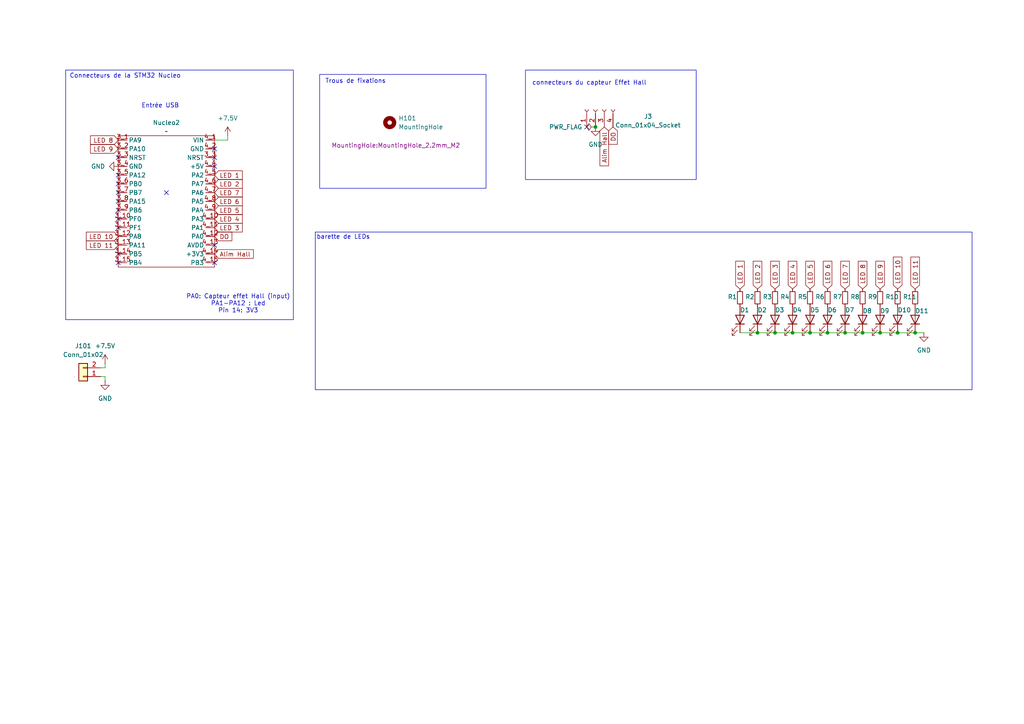
<source format=kicad_sch>
(kicad_sch (version 20250114) (generator "eeschema") (generator_version "9.0")
  (paper "A4")
  (title_block (title "PCB horloge à persistance rétinienne") (date "06/03/2005") (rev "1") (company "ENSEA") (comment 1 "LEPETIT - WOLFF"))
  (lib_symbols
    (symbol "Connector:Conn_01x04_Socket" (pin_names (offset 1.016) (hide yes))
      (property "Reference" "J" (at 0 5.08 0))
      (property "Value" "Conn_01x04_Socket" (at 0 -7.62 0))
      (symbol "Conn_01x04_Socket_1_1"
        (polyline (pts (xy -1.27 2.54) (xy -0.508 2.54)) (stroke (width 0.1524)))
        (polyline (pts (xy -1.27 0) (xy -0.508 0)) (stroke (width 0.1524)))
        (polyline (pts (xy -1.27 -2.54) (xy -0.508 -2.54)) (stroke (width 0.1524)))
        (polyline (pts (xy -1.27 -5.08) (xy -0.508 -5.08)) (stroke (width 0.1524)))
        (arc (start 0 2.032) (mid -0.5058 2.54) (end 0 3.048) (stroke (width 0.1524)))
        (arc (start 0 -0.508) (mid -0.5058 0) (end 0 0.508) (stroke (width 0.1524)))
        (arc (start 0 -3.048) (mid -0.5058 -2.54) (end 0 -2.032) (stroke (width 0.1524)))
        (arc (start 0 -5.588) (mid -0.5058 -5.08) (end 0 -4.572) (stroke (width 0.1524)))
        (pin passive line (at -5.08 2.54 0) (length 3.81) (name "Pin_1") (number "1"))
        (pin passive line (at -5.08 0 0) (length 3.81) (name "Pin_2") (number "2"))
        (pin passive line (at -5.08 -2.54 0) (length 3.81) (name "Pin_3") (number "3"))
        (pin passive line (at -5.08 -5.08 0) (length 3.81) (name "Pin_4") (number "4"))
      )
    )
    (symbol "Connector_Generic:Conn_01x02" (pin_names (offset 1.016) (hide yes))
      (property "Reference" "J" (at 0 2.54 0))
      (property "Value" "Conn_01x02" (at 0 -5.08 0))
      (symbol "Conn_01x02_1_1"
        (rectangle (start -1.27 1.27) (end 1.27 -3.81) (stroke (width 0.254)) (fill (type background)))
        (rectangle (start -1.27 0.127) (end 0 -0.127) (stroke (width 0.1524)))
        (rectangle (start -1.27 -2.413) (end 0 -2.667) (stroke (width 0.1524)))
        (pin passive line (at -5.08 0 0) (length 3.81) (name "Pin_1") (number "1"))
        (pin passive line (at -5.08 -2.54 0) (length 3.81) (name "Pin_2") (number "2"))
      )
    )
    (symbol "Device:LED" (pin_numbers (hide yes)) (pin_names (offset 1.016) (hide yes))
      (property "Reference" "D" (at 0 2.54 0))
      (property "Value" "LED" (at 0 -2.54 0))
      (symbol "LED_0_1"
        (polyline (pts (xy -3.048 -0.762) (xy -4.572 -2.286) (xy -3.81 -2.286) (xy -4.572 -2.286) (xy -4.572 -1.524)))
        (polyline (pts (xy -1.778 -0.762) (xy -3.302 -2.286) (xy -2.54 -2.286) (xy -3.302 -2.286) (xy -3.302 -1.524)))
        (polyline (pts (xy -1.27 0) (xy 1.27 0)))
        (polyline (pts (xy -1.27 -1.27) (xy -1.27 1.27)) (stroke (width 0.254)))
        (polyline (pts (xy 1.27 -1.27) (xy 1.27 1.27) (xy -1.27 0) (xy 1.27 -1.27)) (stroke (width 0.254)))
      )
      (symbol "LED_1_1"
        (pin passive line (at -3.81 0 0) (length 2.54) (name "K") (number "1"))
        (pin passive line (at 3.81 0 180) (length 2.54) (name "A") (number "2"))
      )
    )
    (symbol "Device:R_Small" (pin_numbers (hide yes)) (pin_names (offset 0.254) (hide yes))
      (property "Reference" "R" (at 0.762 0.508 0))
      (property "Value" "R_Small" (at 0.762 -1.016 0))
      (symbol "R_Small_0_1"
        (rectangle (start -0.762 1.778) (end 0.762 -1.778) (stroke (width 0.2032)))
      )
      (symbol "R_Small_1_1"
        (pin passive line (at 0 2.54 270) (length 0.762) (name "~") (number "1"))
        (pin passive line (at 0 -2.54 90) (length 0.762) (name "~") (number "2"))
      )
    )
    (symbol "Mechanical:MountingHole" (pin_names (offset 1.016)) (in_bom no)
      (property "Reference" "H" (at 0 5.08 0))
      (property "Value" "MountingHole" (at 0 3.175 0))
      (symbol "MountingHole_0_1"
        (circle (center 0 0) (radius 1.27) (stroke (width 1.27)))
      )
    )
    (symbol "nucleo_1"
      (property "Reference" "Nucleo" (at 8.89 -7.874 0))
      (symbol "nucleo_1_0_1"
        (rectangle (start -5.08 11.43) (end 22.86 -26.67))
      )
      (symbol "nucleo_1_1_1"
        (pin bidirectional line (at -5.08 10.16 0) (length 2.54) (name "PA9") (number "3_1"))
        (pin bidirectional line (at -5.08 7.62 0) (length 2.54) (name "PA10") (number "3_2"))
        (pin bidirectional line (at -5.08 5.08 0) (length 2.54) (name "NRST") (number "3_3"))
        (pin bidirectional line (at -5.08 2.54 0) (length 2.54) (name "GND") (number "3_4"))
        (pin bidirectional line (at -5.08 0 0) (length 2.54) (name "PA12") (number "3_5"))
        (pin bidirectional line (at -5.08 -2.54 0) (length 2.54) (name "PB0") (number "3_6"))
        (pin bidirectional line (at -5.08 -5.08 0) (length 2.54) (name "PB7") (number "3_7"))
        (pin bidirectional line (at -5.08 -7.62 0) (length 2.54) (name "PA15") (number "3_8"))
        (pin bidirectional line (at -5.08 -10.16 0) (length 2.54) (name "PB6") (number "3_9"))
        (pin bidirectional line (at -5.08 -12.7 0) (length 2.54) (name "PF0") (number "3_10"))
        (pin bidirectional line (at -5.08 -15.24 0) (length 2.54) (name "PF1") (number "3_11"))
        (pin bidirectional line (at -5.08 -17.78 0) (length 2.54) (name "PA8") (number "3_12"))
        (pin bidirectional line (at -5.08 -20.32 0) (length 2.54) (name "PA11") (number "3_13"))
        (pin bidirectional line (at -5.08 -22.86 0) (length 2.54) (name "PB5") (number "3_14"))
        (pin bidirectional line (at -5.08 -25.4 0) (length 2.54) (name "PB4") (number "3_15"))
        (pin bidirectional line (at 22.86 10.16 180) (length 2.54) (name "VIN") (number "4_1"))
        (pin bidirectional line (at 22.86 7.62 180) (length 2.54) (name "GND") (number "4_2"))
        (pin bidirectional line (at 22.86 5.08 180) (length 2.54) (name "NRST") (number "3_3"))
        (pin bidirectional line (at 22.86 2.54 180) (length 2.54) (name "+5V") (number "4_4"))
        (pin bidirectional line (at 22.86 0 180) (length 2.54) (name "PA2") (number "4_5"))
        (pin bidirectional line (at 22.86 -2.54 180) (length 2.54) (name "PA7") (number "4_6"))
        (pin bidirectional line (at 22.86 -5.08 180) (length 2.54) (name "PA6") (number "4_7"))
        (pin bidirectional line (at 22.86 -7.62 180) (length 2.54) (name "PA5") (number "4_8"))
        (pin bidirectional line (at 22.86 -10.16 180) (length 2.54) (name "PA4") (number "4_9"))
        (pin bidirectional line (at 22.86 -12.7 180) (length 2.54) (name "PA3") (number "4_10"))
        (pin bidirectional line (at 22.86 -15.24 180) (length 2.54) (name "PA1") (number "4_11"))
        (pin bidirectional line (at 22.86 -17.78 180) (length 2.54) (name "PA0") (number "4_12"))
        (pin bidirectional line (at 22.86 -20.32 180) (length 2.54) (name "AVDD") (number "4_13"))
        (pin bidirectional line (at 22.86 -22.86 180) (length 2.54) (name "+3V3") (number "4_14"))
        (pin bidirectional line (at 22.86 -25.4 180) (length 2.54) (name "PB3") (number "4_15"))
      )
    )
    (symbol "power:+7.5V" (power) (pin_numbers (hide yes)) (pin_names (offset 0) (hide yes))
      (property "Value" "+7.5V" (at 0 3.556 0))
      (symbol "+7.5V_0_1"
        (polyline (pts (xy -0.762 1.27) (xy 0 2.54)))
        (polyline (pts (xy 0 2.54) (xy 0.762 1.27)))
        (polyline (pts (xy 0 0) (xy 0 2.54)))
      )
      (symbol "+7.5V_1_1"
        (pin power_in line (at 0 0 90) (length 0) (name "~") (number "1"))
      )
    )
    (symbol "power:GND" (power) (pin_numbers (hide yes)) (pin_names (offset 0) (hide yes))
      (property "Value" "GND" (at 0 -3.81 0))
      (symbol "GND_0_1"
        (polyline (pts (xy 0 0) (xy 0 -1.27) (xy 1.27 -1.27) (xy 0 -2.54) (xy -1.27 -1.27) (xy 0 -1.27)))
      )
      (symbol "GND_1_1"
        (pin power_in line (at 0 0 270) (length 0) (name "~") (number "1"))
      )
    )
    (symbol "power:PWR_FLAG" (power) (pin_numbers (hide yes)) (pin_names (offset 0) (hide yes))
      (property "Value" "PWR_FLAG" (at 0 3.81 0))
      (symbol "PWR_FLAG_0_0"
        (pin power_out line (at 0 0 90) (length 0) (name "~") (number "1"))
      )
      (symbol "PWR_FLAG_0_1"
        (polyline (pts (xy 0 0) (xy 0 1.27) (xy -1.016 1.905) (xy 0 2.54) (xy 1.016 1.905) (xy 0 1.27)))
      )
    )
  )
  (rectangle (start 152.4 20.32) (end 201.93 52.07))
  (rectangle (start 34.29 53.34) (end 34.29 53.34))
  (rectangle (start 19.05 20.32) (end 85.09 92.71))
  (rectangle (start 91.44 67.31) (end 281.94 113.03))
  (rectangle (start 21.59 109.22) (end 21.59 109.22))
  (rectangle (start 92.71 21.59) (end 140.97 54.61))
  (text "barette de LEDs" (at 99.568 68.834 0) (effects (font (size 1.27 1.27))))
  (text "connecteurs du capteur Effet Hall\n" (at 170.942 24.13 0) (effects (font (size 1.27 1.27))))
  (text "Entrée USB" (at 46.482 30.734 0) (effects (font (size 1.27 1.27))))
  (text "PA0: Capteur effet Hall (input)\nPA1-PA12 : Led\nPin 14: 3V3" (at 69.088 88.138 0) (effects (font (size 1.27 1.27))))
  (text "Trous de fixations\n\n" (at 103.124 24.638 0) (effects (font (size 1.27 1.27))))
  (text "Connecteurs de la STM32 Nucleo" (at 36.322 22.098 0) (effects (font (size 1.27 1.27))))
  (junction (at 234.95 96.52))
  (junction (at 250.19 96.52))
  (junction (at 265.43 96.52))
  (junction (at 219.71 96.52))
  (junction (at 224.79 96.52))
  (junction (at 240.03 96.52))
  (junction (at 245.11 96.52))
  (junction (at 255.27 96.52))
  (junction (at 229.87 96.52))
  (junction (at 260.35 96.52))
  (junction (at 172.72 36.83))
  (no_connect (at 34.29 55.88))
  (no_connect (at 34.29 50.8))
  (no_connect (at 48.26 55.88))
  (no_connect (at 62.23 43.18))
  (no_connect (at 62.23 71.12))
  (no_connect (at 34.29 63.5))
  (no_connect (at 62.23 76.2))
  (no_connect (at 62.23 45.72))
  (no_connect (at 34.29 66.04))
  (no_connect (at 34.29 53.34))
  (no_connect (at 62.23 48.26))
  (no_connect (at 34.29 45.72))
  (no_connect (at 34.29 73.66))
  (no_connect (at 34.29 60.96))
  (no_connect (at 34.29 58.42))
  (no_connect (at 34.29 76.2))
  (no_connect (at 170.18 36.83))
  (wire (pts (xy 245.11 96.52) (xy 250.19 96.52)))
  (wire (pts (xy 219.71 96.52) (xy 224.79 96.52)))
  (wire (pts (xy 66.04 40.64) (xy 66.04 39.37)))
  (wire (pts (xy 224.79 96.52) (xy 229.87 96.52)))
  (wire (pts (xy 260.35 96.52) (xy 265.43 96.52)))
  (wire (pts (xy 234.95 96.52) (xy 240.03 96.52)))
  (wire (pts (xy 30.48 110.49) (xy 30.48 109.22)))
  (wire (pts (xy 265.43 96.52) (xy 267.97 96.52)))
  (wire (pts (xy 29.21 106.68) (xy 30.48 106.68)))
  (wire (pts (xy 30.48 109.22) (xy 29.21 109.22)))
  (wire (pts (xy 30.48 106.68) (xy 30.48 105.41)))
  (wire (pts (xy 255.27 96.52) (xy 260.35 96.52)))
  (wire (pts (xy 240.03 96.52) (xy 245.11 96.52)))
  (wire (pts (xy 214.63 96.52) (xy 219.71 96.52)))
  (wire (pts (xy 250.19 96.52) (xy 255.27 96.52)))
  (wire (pts (xy 62.23 40.64) (xy 66.04 40.64)))
  (wire (pts (xy 229.87 96.52) (xy 234.95 96.52)))
  (global_label "LED 9" (shape input) (at 255.27 83.82 90) (property "Intersheetrefs" "${INTERSHEET_REFS}" (effects (hide yes))))
  (global_label "LED 6" (shape input) (at 62.23 58.42 0) (property "Intersheetrefs" "${INTERSHEET_REFS}" (effects (hide yes))))
  (global_label "LED 7" (shape input) (at 62.23 55.88 0) (property "Intersheetrefs" "${INTERSHEET_REFS}" (effects (hide yes))))
  (global_label "LED 9" (shape input) (at 34.29 43.18 180) (property "Intersheetrefs" "${INTERSHEET_REFS}" (effects (hide yes))))
  (global_label "Alim Hall" (shape input) (at 62.23 73.66 0) (property "Intersheetrefs" "${INTERSHEET_REFS}" (effects (hide yes))))
  (global_label "LED 2" (shape input) (at 219.71 83.82 90) (property "Intersheetrefs" "${INTERSHEET_REFS}" (effects (hide yes))))
  (global_label "LED 4" (shape input) (at 62.23 63.5 0) (property "Intersheetrefs" "${INTERSHEET_REFS}" (effects (hide yes))))
  (global_label "LED 8" (shape input) (at 34.29 40.64 180) (property "Intersheetrefs" "${INTERSHEET_REFS}" (effects (hide yes))))
  (global_label "LED 8" (shape input) (at 250.19 83.82 90) (property "Intersheetrefs" "${INTERSHEET_REFS}" (effects (hide yes))))
  (global_label "LED 1" (shape input) (at 214.63 83.82 90) (property "Intersheetrefs" "${INTERSHEET_REFS}" (effects (hide yes))))
  (global_label "LED 10" (shape input) (at 34.29 68.58 180) (property "Intersheetrefs" "${INTERSHEET_REFS}" (effects (hide yes))))
  (global_label "LED 1" (shape input) (at 62.23 50.8 0) (property "Intersheetrefs" "${INTERSHEET_REFS}" (effects (hide yes))))
  (global_label "LED 11" (shape input) (at 34.29 71.12 180) (property "Intersheetrefs" "${INTERSHEET_REFS}" (effects (hide yes))))
  (global_label "LED 10" (shape input) (at 260.35 83.82 90) (property "Intersheetrefs" "${INTERSHEET_REFS}" (effects (hide yes))))
  (global_label "LED 5" (shape input) (at 62.23 60.96 0) (property "Intersheetrefs" "${INTERSHEET_REFS}" (effects (hide yes))))
  (global_label "LED 7" (shape input) (at 245.11 83.82 90) (property "Intersheetrefs" "${INTERSHEET_REFS}" (effects (hide yes))))
  (global_label "LED 2" (shape input) (at 62.23 53.34 0) (property "Intersheetrefs" "${INTERSHEET_REFS}" (effects (hide yes))))
  (global_label "LED 6" (shape input) (at 240.03 83.82 90) (property "Intersheetrefs" "${INTERSHEET_REFS}" (effects (hide yes))))
  (global_label "DO" (shape input) (at 62.23 68.58 0) (property "Intersheetrefs" "${INTERSHEET_REFS}" (effects (hide yes))))
  (global_label "LED 3" (shape input) (at 62.23 66.04 0) (property "Intersheetrefs" "${INTERSHEET_REFS}" (effects (hide yes))))
  (global_label "LED 3" (shape input) (at 224.79 83.82 90) (property "Intersheetrefs" "${INTERSHEET_REFS}" (effects (hide yes))))
  (global_label "LED 11" (shape input) (at 265.43 83.82 90) (property "Intersheetrefs" "${INTERSHEET_REFS}" (effects (hide yes))))
  (global_label "DO" (shape input) (at 177.8 36.83 270) (property "Intersheetrefs" "${INTERSHEET_REFS}" (effects (hide yes))))
  (global_label "LED 4" (shape input) (at 229.87 83.82 90) (property "Intersheetrefs" "${INTERSHEET_REFS}" (effects (hide yes))))
  (global_label "Alim Hall" (shape input) (at 175.26 36.83 270) (property "Intersheetrefs" "${INTERSHEET_REFS}" (effects (hide yes))))
  (global_label "LED 5" (shape input) (at 234.95 83.82 90) (property "Intersheetrefs" "${INTERSHEET_REFS}" (effects (hide yes))))
  (symbol (lib_id "Device:R_Small") (at 260.35 86.36 0) (unit 1)
    (property "Reference" "R10" (at 256.794 86.106 0) (effects (justify left)))
    (property "Value" "220" (effects (hide yes)))
    (property "Footprint" "Resistor_SMD:R_0805_2012Metric_Pad1.20x1.40mm_HandSolder" (effects (hide yes)))
    (property "Description" "Resistor, small symbol" (effects (hide yes)))
  )
  (symbol (lib_id "Device:LED") (at 224.79 92.71 270) (mirror x) (unit 1)
    (property "Reference" "D3" (at 224.79 89.916 90) (effects (justify left)))
    (property "Value" "LED" (effects (hide yes)))
    (property "Footprint" "LED_SMD:LED_1206_3216Metric_Pad1.42x1.75mm_HandSolder" (effects (hide yes)))
    (property "Description" "Light emitting diode" (effects (hide yes)))
  )
  (symbol (lib_name "nucleo_1") (lib_id "ma_nucleo:nucleo") (at 39.37 50.8 0) (unit 1)
    (property "Reference" "Nucleo2" (at 48.26 35.56 0))
    (property "Value" "~" (at 48.26 38.1 0))
    (property "Footprint" "Maker_librairy:MODULE_NUCLEO-F303K8" (effects (hide yes)))
  )
  (symbol (lib_id "power:PWR_FLAG") (at 172.72 36.83 90) (unit 1)
    (property "Reference" "#FLG01" (effects (hide yes)))
    (property "Value" "PWR_FLAG" (at 168.91 36.8299 90) (effects (justify left)))
    (property "Description" "Special symbol for telling ERC where power comes from" (effects (hide yes)))
  )
  (symbol (lib_id "Device:LED") (at 214.63 92.71 270) (mirror x) (unit 1)
    (property "Reference" "D1" (at 214.63 89.916 90) (effects (justify left)))
    (property "Value" "LED" (effects (hide yes)))
    (property "Footprint" "LED_SMD:LED_1206_3216Metric_Pad1.42x1.75mm_HandSolder" (effects (hide yes)))
    (property "Description" "Light emitting diode" (effects (hide yes)))
  )
  (symbol (lib_id "power:GND") (at 172.72 36.83 0) (unit 1)
    (property "Reference" "#PWR01" (effects (hide yes)))
    (property "Value" "GND" (at 172.72 41.91 0))
    (property "Description" "Power symbol creates a global label with name \"GND\" , ground" (effects (hide yes)))
  )
  (symbol (lib_id "power:GND") (at 267.97 96.52 0) (unit 1)
    (property "Reference" "#PWR03" (effects (hide yes)))
    (property "Value" "GND" (at 267.97 101.6 0))
    (property "Description" "Power symbol creates a global label with name \"GND\" , ground" (effects (hide yes)))
  )
  (symbol (lib_id "Device:LED") (at 240.03 92.71 270) (mirror x) (unit 1)
    (property "Reference" "D6" (at 240.03 89.916 90) (effects (justify left)))
    (property "Value" "LED" (effects (hide yes)))
    (property "Footprint" "LED_SMD:LED_1206_3216Metric_Pad1.42x1.75mm_HandSolder" (effects (hide yes)))
    (property "Description" "Light emitting diode" (effects (hide yes)))
  )
  (symbol (lib_id "Device:R_Small") (at 229.87 86.36 0) (unit 1)
    (property "Reference" "R4" (at 226.314 86.106 0) (effects (justify left)))
    (property "Value" "220" (effects (hide yes)))
    (property "Footprint" "Resistor_SMD:R_0805_2012Metric_Pad1.20x1.40mm_HandSolder" (effects (hide yes)))
    (property "Description" "Resistor, small symbol" (effects (hide yes)))
  )
  (symbol (lib_id "Device:R_Small") (at 250.19 86.36 0) (unit 1)
    (property "Reference" "R8" (at 246.634 86.106 0) (effects (justify left)))
    (property "Value" "220" (effects (hide yes)))
    (property "Footprint" "Resistor_SMD:R_0805_2012Metric_Pad1.20x1.40mm_HandSolder" (effects (hide yes)))
    (property "Description" "Resistor, small symbol" (effects (hide yes)))
  )
  (symbol (lib_id "Connector_Generic:Conn_01x02") (at 24.13 109.22 180) (unit 1)
    (property "Reference" "J101" (at 24.13 100.33 0))
    (property "Value" "Conn_01x02" (at 24.13 102.87 0))
    (property "Footprint" "Connector_JST:JST_XH_S2B-XH-A_1x02_P2.50mm_Horizontal" (effects (hide yes)))
    (property "Description" "Generic connector, single row, 01x02, script generated (kicad-library-utils/schlib/autogen/connector/)" (effects (hide yes)))
  )
  (symbol (lib_id "power:GND") (at 30.48 110.49 0) (unit 1)
    (property "Reference" "#PWR0101" (effects (hide yes)))
    (property "Value" "GND" (at 30.48 115.57 0))
    (property "Description" "Power symbol creates a global label with name \"GND\" , ground" (effects (hide yes)))
  )
  (symbol (lib_id "power:GND") (at 34.29 48.26 270) (unit 1)
    (property "Reference" "#PWR02" (effects (hide yes)))
    (property "Value" "GND" (at 30.48 48.2599 90) (effects (justify right)))
    (property "Description" "Power symbol creates a global label with name \"GND\" , ground" (effects (hide yes)))
  )
  (symbol (lib_id "Device:R_Small") (at 240.03 86.36 0) (unit 1)
    (property "Reference" "R6" (at 236.474 86.106 0) (effects (justify left)))
    (property "Value" "220" (effects (hide yes)))
    (property "Footprint" "Resistor_SMD:R_0805_2012Metric_Pad1.20x1.40mm_HandSolder" (effects (hide yes)))
    (property "Description" "Resistor, small symbol" (effects (hide yes)))
  )
  (symbol (lib_id "Mechanical:MountingHole") (at 113.03 35.56 0) (unit 1) (in_bom no)
    (property "Reference" "H101" (at 115.57 34.2899 0) (effects (justify left)))
    (property "Value" "MountingHole" (at 115.57 36.8299 0) (effects (justify left)))
    (property "Footprint" "MountingHole:MountingHole_2.2mm_M2" (at 114.808 42.164 0))
    (property "Description" "Mounting Hole without connection" (effects (hide yes)))
  )
  (symbol (lib_id "Connector:Conn_01x04_Socket") (at 172.72 31.75 90) (unit 1)
    (property "Reference" "J3" (at 187.96 33.782 90))
    (property "Value" "Conn_01x04_Socket" (at 187.96 36.322 90))
    (property "Footprint" "Connector_PinSocket_2.54mm:PinSocket_1x04_P2.54mm_Vertical" (effects (hide yes)))
    (property "Description" "Generic connector, single row, 01x04, script generated" (effects (hide yes)))
  )
  (symbol (lib_id "Device:R_Small") (at 224.79 86.36 0) (unit 1)
    (property "Reference" "R3" (at 221.234 86.106 0) (effects (justify left)))
    (property "Value" "220" (effects (hide yes)))
    (property "Footprint" "Resistor_SMD:R_0805_2012Metric_Pad1.20x1.40mm_HandSolder" (effects (hide yes)))
    (property "Description" "Resistor, small symbol" (effects (hide yes)))
  )
  (symbol (lib_id "Device:LED") (at 255.27 92.71 270) (mirror x) (unit 1)
    (property "Reference" "D9" (at 255.27 90.17 90) (effects (justify left)))
    (property "Value" "LED" (effects (hide yes)))
    (property "Footprint" "LED_SMD:LED_1206_3216Metric_Pad1.42x1.75mm_HandSolder" (effects (hide yes)))
    (property "Description" "Light emitting diode" (effects (hide yes)))
  )
  (symbol (lib_id "Device:R_Small") (at 255.27 86.36 0) (unit 1)
    (property "Reference" "R9" (at 251.714 86.106 0) (effects (justify left)))
    (property "Value" "220" (effects (hide yes)))
    (property "Footprint" "Resistor_SMD:R_0805_2012Metric_Pad1.20x1.40mm_HandSolder" (effects (hide yes)))
    (property "Description" "Resistor, small symbol" (effects (hide yes)))
  )
  (symbol (lib_id "power:+7.5V") (at 66.04 39.37 0) (unit 1)
    (property "Reference" "#PWR0103" (effects (hide yes)))
    (property "Value" "+7.5V" (at 66.04 34.29 0))
    (property "Description" "Power symbol creates a global label with name \"+7.5V\"" (effects (hide yes)))
  )
  (symbol (lib_id "Device:LED") (at 229.87 92.71 270) (mirror x) (unit 1)
    (property "Reference" "D4" (at 229.87 89.916 90) (effects (justify left)))
    (property "Value" "LED" (effects (hide yes)))
    (property "Footprint" "LED_SMD:LED_1206_3216Metric_Pad1.42x1.75mm_HandSolder" (effects (hide yes)))
    (property "Description" "Light emitting diode" (effects (hide yes)))
  )
  (symbol (lib_id "Device:LED") (at 250.19 92.71 270) (mirror x) (unit 1)
    (property "Reference" "D8" (at 250.19 90.17 90) (effects (justify left)))
    (property "Value" "LED" (effects (hide yes)))
    (property "Footprint" "LED_SMD:LED_1206_3216Metric_Pad1.42x1.75mm_HandSolder" (effects (hide yes)))
    (property "Description" "Light emitting diode" (effects (hide yes)))
  )
  (symbol (lib_id "Device:LED") (at 234.95 92.71 270) (mirror x) (unit 1)
    (property "Reference" "D5" (at 234.95 89.916 90) (effects (justify left)))
    (property "Value" "LED" (effects (hide yes)))
    (property "Footprint" "LED_SMD:LED_1206_3216Metric_Pad1.42x1.75mm_HandSolder" (effects (hide yes)))
    (property "Description" "Light emitting diode" (effects (hide yes)))
  )
  (symbol (lib_id "Device:R_Small") (at 245.11 86.36 0) (unit 1)
    (property "Reference" "R7" (at 241.554 86.106 0) (effects (justify left)))
    (property "Value" "220" (effects (hide yes)))
    (property "Footprint" "Resistor_SMD:R_0805_2012Metric_Pad1.20x1.40mm_HandSolder" (effects (hide yes)))
    (property "Description" "Resistor, small symbol" (effects (hide yes)))
  )
  (symbol (lib_id "Device:LED") (at 260.35 92.71 270) (mirror x) (unit 1)
    (property "Reference" "D10" (at 260.35 89.916 90) (effects (justify left)))
    (property "Value" "LED" (effects (hide yes)))
    (property "Footprint" "LED_SMD:LED_1206_3216Metric_Pad1.42x1.75mm_HandSolder" (effects (hide yes)))
    (property "Description" "Light emitting diode" (effects (hide yes)))
  )
  (symbol (lib_id "Device:R_Small") (at 219.71 86.36 0) (unit 1)
    (property "Reference" "R2" (at 216.154 86.106 0) (effects (justify left)))
    (property "Value" "220" (effects (hide yes)))
    (property "Footprint" "Resistor_SMD:R_0805_2012Metric_Pad1.20x1.40mm_HandSolder" (effects (hide yes)))
    (property "Description" "Resistor, small symbol" (effects (hide yes)))
  )
  (symbol (lib_id "Device:R_Small") (at 234.95 86.36 0) (unit 1)
    (property "Reference" "R5" (at 231.394 86.106 0) (effects (justify left)))
    (property "Value" "220" (effects (hide yes)))
    (property "Footprint" "Resistor_SMD:R_0805_2012Metric_Pad1.20x1.40mm_HandSolder" (effects (hide yes)))
    (property "Description" "Resistor, small symbol" (effects (hide yes)))
  )
  (symbol (lib_id "Device:R_Small") (at 265.43 86.36 0) (unit 1)
    (property "Reference" "R11" (at 261.874 86.106 0) (effects (justify left)))
    (property "Value" "220" (effects (hide yes)))
    (property "Footprint" "Resistor_SMD:R_0805_2012Metric_Pad1.20x1.40mm_HandSolder" (effects (hide yes)))
    (property "Description" "Resistor, small symbol" (effects (hide yes)))
  )
  (symbol (lib_id "power:+7.5V") (at 30.48 105.41 0) (unit 1)
    (property "Reference" "#PWR0102" (effects (hide yes)))
    (property "Value" "+7.5V" (at 30.48 100.33 0))
    (property "Description" "Power symbol creates a global label with name \"+7.5V\"" (effects (hide yes)))
  )
  (symbol (lib_id "Device:LED") (at 219.71 92.71 270) (mirror x) (unit 1)
    (property "Reference" "D2" (at 219.71 89.916 90) (effects (justify left)))
    (property "Value" "LED" (effects (hide yes)))
    (property "Footprint" "LED_SMD:LED_1206_3216Metric_Pad1.42x1.75mm_HandSolder" (effects (hide yes)))
    (property "Description" "Light emitting diode" (effects (hide yes)))
  )
  (symbol (lib_id "Device:R_Small") (at 214.63 86.36 0) (unit 1)
    (property "Reference" "R1" (at 211.074 86.106 0) (effects (justify left)))
    (property "Value" "220" (effects (hide yes)))
    (property "Footprint" "Resistor_SMD:R_0805_2012Metric_Pad1.20x1.40mm_HandSolder" (effects (hide yes)))
    (property "Description" "Resistor, small symbol" (effects (hide yes)))
  )
  (symbol (lib_id "Device:LED") (at 245.11 92.71 270) (mirror x) (unit 1)
    (property "Reference" "D7" (at 245.11 89.916 90) (effects (justify left)))
    (property "Value" "LED" (effects (hide yes)))
    (property "Footprint" "LED_SMD:LED_1206_3216Metric_Pad1.42x1.75mm_HandSolder" (effects (hide yes)))
    (property "Description" "Light emitting diode" (effects (hide yes)))
  )
  (symbol (lib_id "Device:LED") (at 265.43 92.71 270) (mirror x) (unit 1)
    (property "Reference" "D11" (at 265.43 90.17 90) (effects (justify left)))
    (property "Value" "LED" (effects (hide yes)))
    (property "Footprint" "LED_SMD:LED_1206_3216Metric_Pad1.42x1.75mm_HandSolder" (effects (hide yes)))
    (property "Description" "Light emitting diode" (effects (hide yes)))
  )
)
</source>
